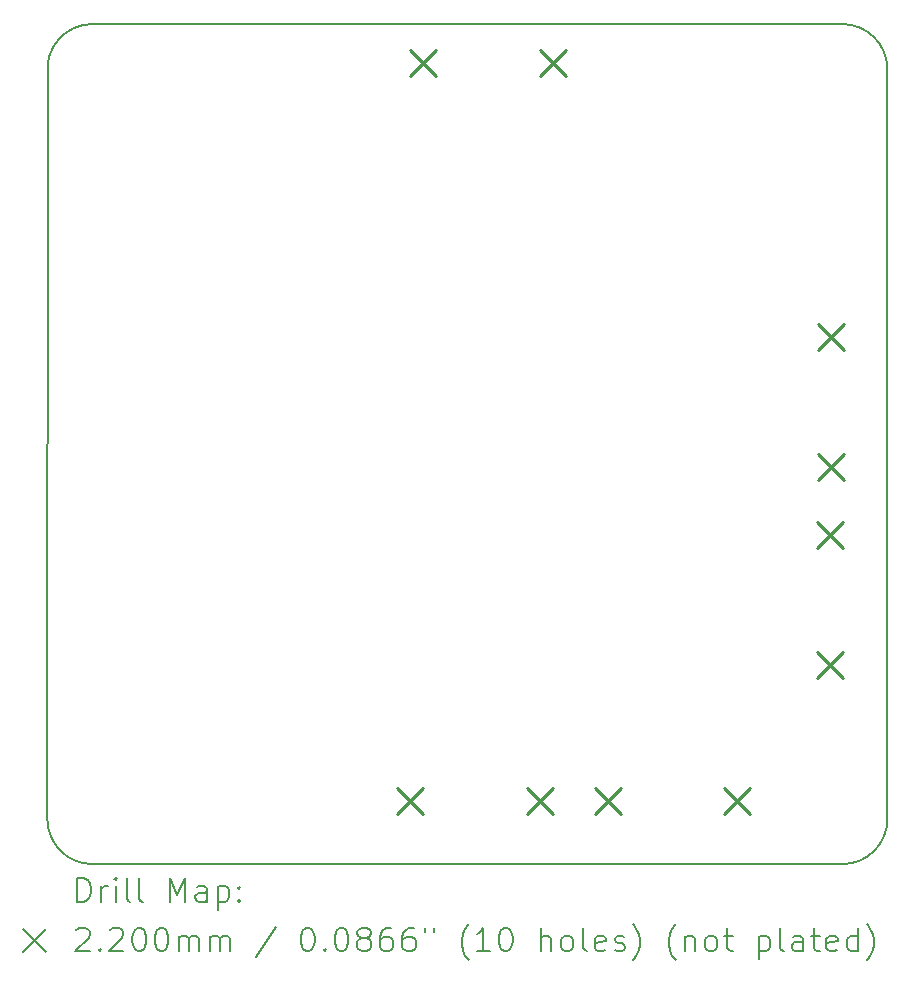
<source format=gbr>
%TF.GenerationSoftware,KiCad,Pcbnew,7.0.11*%
%TF.CreationDate,2024-06-05T21:05:05-04:00*%
%TF.ProjectId,remote_arming,72656d6f-7465-45f6-9172-6d696e672e6b,rev?*%
%TF.SameCoordinates,Original*%
%TF.FileFunction,Drillmap*%
%TF.FilePolarity,Positive*%
%FSLAX45Y45*%
G04 Gerber Fmt 4.5, Leading zero omitted, Abs format (unit mm)*
G04 Created by KiCad (PCBNEW 7.0.11) date 2024-06-05 21:05:05*
%MOMM*%
%LPD*%
G01*
G04 APERTURE LIST*
%ADD10C,0.150000*%
%ADD11C,0.200000*%
%ADD12C,0.220000*%
G04 APERTURE END LIST*
D10*
X17909942Y-6041657D02*
X17907000Y-12344400D01*
X18288000Y-12725400D02*
X24638000Y-12725400D01*
X24638000Y-12725400D02*
G75*
G03*
X25019000Y-12344400I0J381000D01*
G01*
X25019000Y-5994400D02*
G75*
G03*
X24638000Y-5613400I-381000J0D01*
G01*
X17907000Y-12344400D02*
G75*
G03*
X18288000Y-12725400I381000J0D01*
G01*
X25019000Y-12344400D02*
X25019000Y-5994400D01*
X24638000Y-5613400D02*
X18288000Y-5613400D01*
X18288000Y-5613400D02*
G75*
G03*
X17909942Y-6041657I0J-381000D01*
G01*
D11*
D12*
X20869700Y-12083600D02*
X21089700Y-12303600D01*
X21089700Y-12083600D02*
X20869700Y-12303600D01*
X20977600Y-5835200D02*
X21197600Y-6055200D01*
X21197600Y-5835200D02*
X20977600Y-6055200D01*
X21969700Y-12083600D02*
X22189700Y-12303600D01*
X22189700Y-12083600D02*
X21969700Y-12303600D01*
X22077600Y-5835200D02*
X22297600Y-6055200D01*
X22297600Y-5835200D02*
X22077600Y-6055200D01*
X22539700Y-12080400D02*
X22759700Y-12300400D01*
X22759700Y-12080400D02*
X22539700Y-12300400D01*
X23639700Y-12080400D02*
X23859700Y-12300400D01*
X23859700Y-12080400D02*
X23639700Y-12300400D01*
X24424800Y-9827000D02*
X24644800Y-10047000D01*
X24644800Y-9827000D02*
X24424800Y-10047000D01*
X24424800Y-10927000D02*
X24644800Y-11147000D01*
X24644800Y-10927000D02*
X24424800Y-11147000D01*
X24428000Y-8157000D02*
X24648000Y-8377000D01*
X24648000Y-8157000D02*
X24428000Y-8377000D01*
X24428000Y-9257000D02*
X24648000Y-9477000D01*
X24648000Y-9257000D02*
X24428000Y-9477000D01*
D11*
X18160277Y-13044384D02*
X18160277Y-12844384D01*
X18160277Y-12844384D02*
X18207896Y-12844384D01*
X18207896Y-12844384D02*
X18236467Y-12853908D01*
X18236467Y-12853908D02*
X18255515Y-12872955D01*
X18255515Y-12872955D02*
X18265039Y-12892003D01*
X18265039Y-12892003D02*
X18274563Y-12930098D01*
X18274563Y-12930098D02*
X18274563Y-12958669D01*
X18274563Y-12958669D02*
X18265039Y-12996765D01*
X18265039Y-12996765D02*
X18255515Y-13015812D01*
X18255515Y-13015812D02*
X18236467Y-13034860D01*
X18236467Y-13034860D02*
X18207896Y-13044384D01*
X18207896Y-13044384D02*
X18160277Y-13044384D01*
X18360277Y-13044384D02*
X18360277Y-12911050D01*
X18360277Y-12949146D02*
X18369801Y-12930098D01*
X18369801Y-12930098D02*
X18379324Y-12920574D01*
X18379324Y-12920574D02*
X18398372Y-12911050D01*
X18398372Y-12911050D02*
X18417420Y-12911050D01*
X18484086Y-13044384D02*
X18484086Y-12911050D01*
X18484086Y-12844384D02*
X18474563Y-12853908D01*
X18474563Y-12853908D02*
X18484086Y-12863431D01*
X18484086Y-12863431D02*
X18493610Y-12853908D01*
X18493610Y-12853908D02*
X18484086Y-12844384D01*
X18484086Y-12844384D02*
X18484086Y-12863431D01*
X18607896Y-13044384D02*
X18588848Y-13034860D01*
X18588848Y-13034860D02*
X18579324Y-13015812D01*
X18579324Y-13015812D02*
X18579324Y-12844384D01*
X18712658Y-13044384D02*
X18693610Y-13034860D01*
X18693610Y-13034860D02*
X18684086Y-13015812D01*
X18684086Y-13015812D02*
X18684086Y-12844384D01*
X18941229Y-13044384D02*
X18941229Y-12844384D01*
X18941229Y-12844384D02*
X19007896Y-12987241D01*
X19007896Y-12987241D02*
X19074563Y-12844384D01*
X19074563Y-12844384D02*
X19074563Y-13044384D01*
X19255515Y-13044384D02*
X19255515Y-12939622D01*
X19255515Y-12939622D02*
X19245991Y-12920574D01*
X19245991Y-12920574D02*
X19226944Y-12911050D01*
X19226944Y-12911050D02*
X19188848Y-12911050D01*
X19188848Y-12911050D02*
X19169801Y-12920574D01*
X19255515Y-13034860D02*
X19236467Y-13044384D01*
X19236467Y-13044384D02*
X19188848Y-13044384D01*
X19188848Y-13044384D02*
X19169801Y-13034860D01*
X19169801Y-13034860D02*
X19160277Y-13015812D01*
X19160277Y-13015812D02*
X19160277Y-12996765D01*
X19160277Y-12996765D02*
X19169801Y-12977717D01*
X19169801Y-12977717D02*
X19188848Y-12968193D01*
X19188848Y-12968193D02*
X19236467Y-12968193D01*
X19236467Y-12968193D02*
X19255515Y-12958669D01*
X19350753Y-12911050D02*
X19350753Y-13111050D01*
X19350753Y-12920574D02*
X19369801Y-12911050D01*
X19369801Y-12911050D02*
X19407896Y-12911050D01*
X19407896Y-12911050D02*
X19426944Y-12920574D01*
X19426944Y-12920574D02*
X19436467Y-12930098D01*
X19436467Y-12930098D02*
X19445991Y-12949146D01*
X19445991Y-12949146D02*
X19445991Y-13006288D01*
X19445991Y-13006288D02*
X19436467Y-13025336D01*
X19436467Y-13025336D02*
X19426944Y-13034860D01*
X19426944Y-13034860D02*
X19407896Y-13044384D01*
X19407896Y-13044384D02*
X19369801Y-13044384D01*
X19369801Y-13044384D02*
X19350753Y-13034860D01*
X19531705Y-13025336D02*
X19541229Y-13034860D01*
X19541229Y-13034860D02*
X19531705Y-13044384D01*
X19531705Y-13044384D02*
X19522182Y-13034860D01*
X19522182Y-13034860D02*
X19531705Y-13025336D01*
X19531705Y-13025336D02*
X19531705Y-13044384D01*
X19531705Y-12920574D02*
X19541229Y-12930098D01*
X19541229Y-12930098D02*
X19531705Y-12939622D01*
X19531705Y-12939622D02*
X19522182Y-12930098D01*
X19522182Y-12930098D02*
X19531705Y-12920574D01*
X19531705Y-12920574D02*
X19531705Y-12939622D01*
X17699500Y-13272900D02*
X17899500Y-13472900D01*
X17899500Y-13272900D02*
X17699500Y-13472900D01*
X18150753Y-13283431D02*
X18160277Y-13273908D01*
X18160277Y-13273908D02*
X18179324Y-13264384D01*
X18179324Y-13264384D02*
X18226944Y-13264384D01*
X18226944Y-13264384D02*
X18245991Y-13273908D01*
X18245991Y-13273908D02*
X18255515Y-13283431D01*
X18255515Y-13283431D02*
X18265039Y-13302479D01*
X18265039Y-13302479D02*
X18265039Y-13321527D01*
X18265039Y-13321527D02*
X18255515Y-13350098D01*
X18255515Y-13350098D02*
X18141229Y-13464384D01*
X18141229Y-13464384D02*
X18265039Y-13464384D01*
X18350753Y-13445336D02*
X18360277Y-13454860D01*
X18360277Y-13454860D02*
X18350753Y-13464384D01*
X18350753Y-13464384D02*
X18341229Y-13454860D01*
X18341229Y-13454860D02*
X18350753Y-13445336D01*
X18350753Y-13445336D02*
X18350753Y-13464384D01*
X18436467Y-13283431D02*
X18445991Y-13273908D01*
X18445991Y-13273908D02*
X18465039Y-13264384D01*
X18465039Y-13264384D02*
X18512658Y-13264384D01*
X18512658Y-13264384D02*
X18531705Y-13273908D01*
X18531705Y-13273908D02*
X18541229Y-13283431D01*
X18541229Y-13283431D02*
X18550753Y-13302479D01*
X18550753Y-13302479D02*
X18550753Y-13321527D01*
X18550753Y-13321527D02*
X18541229Y-13350098D01*
X18541229Y-13350098D02*
X18426944Y-13464384D01*
X18426944Y-13464384D02*
X18550753Y-13464384D01*
X18674563Y-13264384D02*
X18693610Y-13264384D01*
X18693610Y-13264384D02*
X18712658Y-13273908D01*
X18712658Y-13273908D02*
X18722182Y-13283431D01*
X18722182Y-13283431D02*
X18731705Y-13302479D01*
X18731705Y-13302479D02*
X18741229Y-13340574D01*
X18741229Y-13340574D02*
X18741229Y-13388193D01*
X18741229Y-13388193D02*
X18731705Y-13426288D01*
X18731705Y-13426288D02*
X18722182Y-13445336D01*
X18722182Y-13445336D02*
X18712658Y-13454860D01*
X18712658Y-13454860D02*
X18693610Y-13464384D01*
X18693610Y-13464384D02*
X18674563Y-13464384D01*
X18674563Y-13464384D02*
X18655515Y-13454860D01*
X18655515Y-13454860D02*
X18645991Y-13445336D01*
X18645991Y-13445336D02*
X18636467Y-13426288D01*
X18636467Y-13426288D02*
X18626944Y-13388193D01*
X18626944Y-13388193D02*
X18626944Y-13340574D01*
X18626944Y-13340574D02*
X18636467Y-13302479D01*
X18636467Y-13302479D02*
X18645991Y-13283431D01*
X18645991Y-13283431D02*
X18655515Y-13273908D01*
X18655515Y-13273908D02*
X18674563Y-13264384D01*
X18865039Y-13264384D02*
X18884086Y-13264384D01*
X18884086Y-13264384D02*
X18903134Y-13273908D01*
X18903134Y-13273908D02*
X18912658Y-13283431D01*
X18912658Y-13283431D02*
X18922182Y-13302479D01*
X18922182Y-13302479D02*
X18931705Y-13340574D01*
X18931705Y-13340574D02*
X18931705Y-13388193D01*
X18931705Y-13388193D02*
X18922182Y-13426288D01*
X18922182Y-13426288D02*
X18912658Y-13445336D01*
X18912658Y-13445336D02*
X18903134Y-13454860D01*
X18903134Y-13454860D02*
X18884086Y-13464384D01*
X18884086Y-13464384D02*
X18865039Y-13464384D01*
X18865039Y-13464384D02*
X18845991Y-13454860D01*
X18845991Y-13454860D02*
X18836467Y-13445336D01*
X18836467Y-13445336D02*
X18826944Y-13426288D01*
X18826944Y-13426288D02*
X18817420Y-13388193D01*
X18817420Y-13388193D02*
X18817420Y-13340574D01*
X18817420Y-13340574D02*
X18826944Y-13302479D01*
X18826944Y-13302479D02*
X18836467Y-13283431D01*
X18836467Y-13283431D02*
X18845991Y-13273908D01*
X18845991Y-13273908D02*
X18865039Y-13264384D01*
X19017420Y-13464384D02*
X19017420Y-13331050D01*
X19017420Y-13350098D02*
X19026944Y-13340574D01*
X19026944Y-13340574D02*
X19045991Y-13331050D01*
X19045991Y-13331050D02*
X19074563Y-13331050D01*
X19074563Y-13331050D02*
X19093610Y-13340574D01*
X19093610Y-13340574D02*
X19103134Y-13359622D01*
X19103134Y-13359622D02*
X19103134Y-13464384D01*
X19103134Y-13359622D02*
X19112658Y-13340574D01*
X19112658Y-13340574D02*
X19131705Y-13331050D01*
X19131705Y-13331050D02*
X19160277Y-13331050D01*
X19160277Y-13331050D02*
X19179325Y-13340574D01*
X19179325Y-13340574D02*
X19188848Y-13359622D01*
X19188848Y-13359622D02*
X19188848Y-13464384D01*
X19284086Y-13464384D02*
X19284086Y-13331050D01*
X19284086Y-13350098D02*
X19293610Y-13340574D01*
X19293610Y-13340574D02*
X19312658Y-13331050D01*
X19312658Y-13331050D02*
X19341229Y-13331050D01*
X19341229Y-13331050D02*
X19360277Y-13340574D01*
X19360277Y-13340574D02*
X19369801Y-13359622D01*
X19369801Y-13359622D02*
X19369801Y-13464384D01*
X19369801Y-13359622D02*
X19379325Y-13340574D01*
X19379325Y-13340574D02*
X19398372Y-13331050D01*
X19398372Y-13331050D02*
X19426944Y-13331050D01*
X19426944Y-13331050D02*
X19445991Y-13340574D01*
X19445991Y-13340574D02*
X19455515Y-13359622D01*
X19455515Y-13359622D02*
X19455515Y-13464384D01*
X19845991Y-13254860D02*
X19674563Y-13512003D01*
X20103134Y-13264384D02*
X20122182Y-13264384D01*
X20122182Y-13264384D02*
X20141229Y-13273908D01*
X20141229Y-13273908D02*
X20150753Y-13283431D01*
X20150753Y-13283431D02*
X20160277Y-13302479D01*
X20160277Y-13302479D02*
X20169801Y-13340574D01*
X20169801Y-13340574D02*
X20169801Y-13388193D01*
X20169801Y-13388193D02*
X20160277Y-13426288D01*
X20160277Y-13426288D02*
X20150753Y-13445336D01*
X20150753Y-13445336D02*
X20141229Y-13454860D01*
X20141229Y-13454860D02*
X20122182Y-13464384D01*
X20122182Y-13464384D02*
X20103134Y-13464384D01*
X20103134Y-13464384D02*
X20084087Y-13454860D01*
X20084087Y-13454860D02*
X20074563Y-13445336D01*
X20074563Y-13445336D02*
X20065039Y-13426288D01*
X20065039Y-13426288D02*
X20055515Y-13388193D01*
X20055515Y-13388193D02*
X20055515Y-13340574D01*
X20055515Y-13340574D02*
X20065039Y-13302479D01*
X20065039Y-13302479D02*
X20074563Y-13283431D01*
X20074563Y-13283431D02*
X20084087Y-13273908D01*
X20084087Y-13273908D02*
X20103134Y-13264384D01*
X20255515Y-13445336D02*
X20265039Y-13454860D01*
X20265039Y-13454860D02*
X20255515Y-13464384D01*
X20255515Y-13464384D02*
X20245991Y-13454860D01*
X20245991Y-13454860D02*
X20255515Y-13445336D01*
X20255515Y-13445336D02*
X20255515Y-13464384D01*
X20388848Y-13264384D02*
X20407896Y-13264384D01*
X20407896Y-13264384D02*
X20426944Y-13273908D01*
X20426944Y-13273908D02*
X20436468Y-13283431D01*
X20436468Y-13283431D02*
X20445991Y-13302479D01*
X20445991Y-13302479D02*
X20455515Y-13340574D01*
X20455515Y-13340574D02*
X20455515Y-13388193D01*
X20455515Y-13388193D02*
X20445991Y-13426288D01*
X20445991Y-13426288D02*
X20436468Y-13445336D01*
X20436468Y-13445336D02*
X20426944Y-13454860D01*
X20426944Y-13454860D02*
X20407896Y-13464384D01*
X20407896Y-13464384D02*
X20388848Y-13464384D01*
X20388848Y-13464384D02*
X20369801Y-13454860D01*
X20369801Y-13454860D02*
X20360277Y-13445336D01*
X20360277Y-13445336D02*
X20350753Y-13426288D01*
X20350753Y-13426288D02*
X20341229Y-13388193D01*
X20341229Y-13388193D02*
X20341229Y-13340574D01*
X20341229Y-13340574D02*
X20350753Y-13302479D01*
X20350753Y-13302479D02*
X20360277Y-13283431D01*
X20360277Y-13283431D02*
X20369801Y-13273908D01*
X20369801Y-13273908D02*
X20388848Y-13264384D01*
X20569801Y-13350098D02*
X20550753Y-13340574D01*
X20550753Y-13340574D02*
X20541229Y-13331050D01*
X20541229Y-13331050D02*
X20531706Y-13312003D01*
X20531706Y-13312003D02*
X20531706Y-13302479D01*
X20531706Y-13302479D02*
X20541229Y-13283431D01*
X20541229Y-13283431D02*
X20550753Y-13273908D01*
X20550753Y-13273908D02*
X20569801Y-13264384D01*
X20569801Y-13264384D02*
X20607896Y-13264384D01*
X20607896Y-13264384D02*
X20626944Y-13273908D01*
X20626944Y-13273908D02*
X20636468Y-13283431D01*
X20636468Y-13283431D02*
X20645991Y-13302479D01*
X20645991Y-13302479D02*
X20645991Y-13312003D01*
X20645991Y-13312003D02*
X20636468Y-13331050D01*
X20636468Y-13331050D02*
X20626944Y-13340574D01*
X20626944Y-13340574D02*
X20607896Y-13350098D01*
X20607896Y-13350098D02*
X20569801Y-13350098D01*
X20569801Y-13350098D02*
X20550753Y-13359622D01*
X20550753Y-13359622D02*
X20541229Y-13369146D01*
X20541229Y-13369146D02*
X20531706Y-13388193D01*
X20531706Y-13388193D02*
X20531706Y-13426288D01*
X20531706Y-13426288D02*
X20541229Y-13445336D01*
X20541229Y-13445336D02*
X20550753Y-13454860D01*
X20550753Y-13454860D02*
X20569801Y-13464384D01*
X20569801Y-13464384D02*
X20607896Y-13464384D01*
X20607896Y-13464384D02*
X20626944Y-13454860D01*
X20626944Y-13454860D02*
X20636468Y-13445336D01*
X20636468Y-13445336D02*
X20645991Y-13426288D01*
X20645991Y-13426288D02*
X20645991Y-13388193D01*
X20645991Y-13388193D02*
X20636468Y-13369146D01*
X20636468Y-13369146D02*
X20626944Y-13359622D01*
X20626944Y-13359622D02*
X20607896Y-13350098D01*
X20817420Y-13264384D02*
X20779325Y-13264384D01*
X20779325Y-13264384D02*
X20760277Y-13273908D01*
X20760277Y-13273908D02*
X20750753Y-13283431D01*
X20750753Y-13283431D02*
X20731706Y-13312003D01*
X20731706Y-13312003D02*
X20722182Y-13350098D01*
X20722182Y-13350098D02*
X20722182Y-13426288D01*
X20722182Y-13426288D02*
X20731706Y-13445336D01*
X20731706Y-13445336D02*
X20741229Y-13454860D01*
X20741229Y-13454860D02*
X20760277Y-13464384D01*
X20760277Y-13464384D02*
X20798372Y-13464384D01*
X20798372Y-13464384D02*
X20817420Y-13454860D01*
X20817420Y-13454860D02*
X20826944Y-13445336D01*
X20826944Y-13445336D02*
X20836468Y-13426288D01*
X20836468Y-13426288D02*
X20836468Y-13378669D01*
X20836468Y-13378669D02*
X20826944Y-13359622D01*
X20826944Y-13359622D02*
X20817420Y-13350098D01*
X20817420Y-13350098D02*
X20798372Y-13340574D01*
X20798372Y-13340574D02*
X20760277Y-13340574D01*
X20760277Y-13340574D02*
X20741229Y-13350098D01*
X20741229Y-13350098D02*
X20731706Y-13359622D01*
X20731706Y-13359622D02*
X20722182Y-13378669D01*
X21007896Y-13264384D02*
X20969801Y-13264384D01*
X20969801Y-13264384D02*
X20950753Y-13273908D01*
X20950753Y-13273908D02*
X20941229Y-13283431D01*
X20941229Y-13283431D02*
X20922182Y-13312003D01*
X20922182Y-13312003D02*
X20912658Y-13350098D01*
X20912658Y-13350098D02*
X20912658Y-13426288D01*
X20912658Y-13426288D02*
X20922182Y-13445336D01*
X20922182Y-13445336D02*
X20931706Y-13454860D01*
X20931706Y-13454860D02*
X20950753Y-13464384D01*
X20950753Y-13464384D02*
X20988849Y-13464384D01*
X20988849Y-13464384D02*
X21007896Y-13454860D01*
X21007896Y-13454860D02*
X21017420Y-13445336D01*
X21017420Y-13445336D02*
X21026944Y-13426288D01*
X21026944Y-13426288D02*
X21026944Y-13378669D01*
X21026944Y-13378669D02*
X21017420Y-13359622D01*
X21017420Y-13359622D02*
X21007896Y-13350098D01*
X21007896Y-13350098D02*
X20988849Y-13340574D01*
X20988849Y-13340574D02*
X20950753Y-13340574D01*
X20950753Y-13340574D02*
X20931706Y-13350098D01*
X20931706Y-13350098D02*
X20922182Y-13359622D01*
X20922182Y-13359622D02*
X20912658Y-13378669D01*
X21103134Y-13264384D02*
X21103134Y-13302479D01*
X21179325Y-13264384D02*
X21179325Y-13302479D01*
X21474563Y-13540574D02*
X21465039Y-13531050D01*
X21465039Y-13531050D02*
X21445991Y-13502479D01*
X21445991Y-13502479D02*
X21436468Y-13483431D01*
X21436468Y-13483431D02*
X21426944Y-13454860D01*
X21426944Y-13454860D02*
X21417420Y-13407241D01*
X21417420Y-13407241D02*
X21417420Y-13369146D01*
X21417420Y-13369146D02*
X21426944Y-13321527D01*
X21426944Y-13321527D02*
X21436468Y-13292955D01*
X21436468Y-13292955D02*
X21445991Y-13273908D01*
X21445991Y-13273908D02*
X21465039Y-13245336D01*
X21465039Y-13245336D02*
X21474563Y-13235812D01*
X21655515Y-13464384D02*
X21541230Y-13464384D01*
X21598372Y-13464384D02*
X21598372Y-13264384D01*
X21598372Y-13264384D02*
X21579325Y-13292955D01*
X21579325Y-13292955D02*
X21560277Y-13312003D01*
X21560277Y-13312003D02*
X21541230Y-13321527D01*
X21779325Y-13264384D02*
X21798372Y-13264384D01*
X21798372Y-13264384D02*
X21817420Y-13273908D01*
X21817420Y-13273908D02*
X21826944Y-13283431D01*
X21826944Y-13283431D02*
X21836468Y-13302479D01*
X21836468Y-13302479D02*
X21845991Y-13340574D01*
X21845991Y-13340574D02*
X21845991Y-13388193D01*
X21845991Y-13388193D02*
X21836468Y-13426288D01*
X21836468Y-13426288D02*
X21826944Y-13445336D01*
X21826944Y-13445336D02*
X21817420Y-13454860D01*
X21817420Y-13454860D02*
X21798372Y-13464384D01*
X21798372Y-13464384D02*
X21779325Y-13464384D01*
X21779325Y-13464384D02*
X21760277Y-13454860D01*
X21760277Y-13454860D02*
X21750753Y-13445336D01*
X21750753Y-13445336D02*
X21741230Y-13426288D01*
X21741230Y-13426288D02*
X21731706Y-13388193D01*
X21731706Y-13388193D02*
X21731706Y-13340574D01*
X21731706Y-13340574D02*
X21741230Y-13302479D01*
X21741230Y-13302479D02*
X21750753Y-13283431D01*
X21750753Y-13283431D02*
X21760277Y-13273908D01*
X21760277Y-13273908D02*
X21779325Y-13264384D01*
X22084087Y-13464384D02*
X22084087Y-13264384D01*
X22169801Y-13464384D02*
X22169801Y-13359622D01*
X22169801Y-13359622D02*
X22160277Y-13340574D01*
X22160277Y-13340574D02*
X22141230Y-13331050D01*
X22141230Y-13331050D02*
X22112658Y-13331050D01*
X22112658Y-13331050D02*
X22093611Y-13340574D01*
X22093611Y-13340574D02*
X22084087Y-13350098D01*
X22293611Y-13464384D02*
X22274563Y-13454860D01*
X22274563Y-13454860D02*
X22265039Y-13445336D01*
X22265039Y-13445336D02*
X22255515Y-13426288D01*
X22255515Y-13426288D02*
X22255515Y-13369146D01*
X22255515Y-13369146D02*
X22265039Y-13350098D01*
X22265039Y-13350098D02*
X22274563Y-13340574D01*
X22274563Y-13340574D02*
X22293611Y-13331050D01*
X22293611Y-13331050D02*
X22322182Y-13331050D01*
X22322182Y-13331050D02*
X22341230Y-13340574D01*
X22341230Y-13340574D02*
X22350753Y-13350098D01*
X22350753Y-13350098D02*
X22360277Y-13369146D01*
X22360277Y-13369146D02*
X22360277Y-13426288D01*
X22360277Y-13426288D02*
X22350753Y-13445336D01*
X22350753Y-13445336D02*
X22341230Y-13454860D01*
X22341230Y-13454860D02*
X22322182Y-13464384D01*
X22322182Y-13464384D02*
X22293611Y-13464384D01*
X22474563Y-13464384D02*
X22455515Y-13454860D01*
X22455515Y-13454860D02*
X22445991Y-13435812D01*
X22445991Y-13435812D02*
X22445991Y-13264384D01*
X22626944Y-13454860D02*
X22607896Y-13464384D01*
X22607896Y-13464384D02*
X22569801Y-13464384D01*
X22569801Y-13464384D02*
X22550753Y-13454860D01*
X22550753Y-13454860D02*
X22541230Y-13435812D01*
X22541230Y-13435812D02*
X22541230Y-13359622D01*
X22541230Y-13359622D02*
X22550753Y-13340574D01*
X22550753Y-13340574D02*
X22569801Y-13331050D01*
X22569801Y-13331050D02*
X22607896Y-13331050D01*
X22607896Y-13331050D02*
X22626944Y-13340574D01*
X22626944Y-13340574D02*
X22636468Y-13359622D01*
X22636468Y-13359622D02*
X22636468Y-13378669D01*
X22636468Y-13378669D02*
X22541230Y-13397717D01*
X22712658Y-13454860D02*
X22731706Y-13464384D01*
X22731706Y-13464384D02*
X22769801Y-13464384D01*
X22769801Y-13464384D02*
X22788849Y-13454860D01*
X22788849Y-13454860D02*
X22798372Y-13435812D01*
X22798372Y-13435812D02*
X22798372Y-13426288D01*
X22798372Y-13426288D02*
X22788849Y-13407241D01*
X22788849Y-13407241D02*
X22769801Y-13397717D01*
X22769801Y-13397717D02*
X22741230Y-13397717D01*
X22741230Y-13397717D02*
X22722182Y-13388193D01*
X22722182Y-13388193D02*
X22712658Y-13369146D01*
X22712658Y-13369146D02*
X22712658Y-13359622D01*
X22712658Y-13359622D02*
X22722182Y-13340574D01*
X22722182Y-13340574D02*
X22741230Y-13331050D01*
X22741230Y-13331050D02*
X22769801Y-13331050D01*
X22769801Y-13331050D02*
X22788849Y-13340574D01*
X22865039Y-13540574D02*
X22874563Y-13531050D01*
X22874563Y-13531050D02*
X22893611Y-13502479D01*
X22893611Y-13502479D02*
X22903134Y-13483431D01*
X22903134Y-13483431D02*
X22912658Y-13454860D01*
X22912658Y-13454860D02*
X22922182Y-13407241D01*
X22922182Y-13407241D02*
X22922182Y-13369146D01*
X22922182Y-13369146D02*
X22912658Y-13321527D01*
X22912658Y-13321527D02*
X22903134Y-13292955D01*
X22903134Y-13292955D02*
X22893611Y-13273908D01*
X22893611Y-13273908D02*
X22874563Y-13245336D01*
X22874563Y-13245336D02*
X22865039Y-13235812D01*
X23226944Y-13540574D02*
X23217420Y-13531050D01*
X23217420Y-13531050D02*
X23198372Y-13502479D01*
X23198372Y-13502479D02*
X23188849Y-13483431D01*
X23188849Y-13483431D02*
X23179325Y-13454860D01*
X23179325Y-13454860D02*
X23169801Y-13407241D01*
X23169801Y-13407241D02*
X23169801Y-13369146D01*
X23169801Y-13369146D02*
X23179325Y-13321527D01*
X23179325Y-13321527D02*
X23188849Y-13292955D01*
X23188849Y-13292955D02*
X23198372Y-13273908D01*
X23198372Y-13273908D02*
X23217420Y-13245336D01*
X23217420Y-13245336D02*
X23226944Y-13235812D01*
X23303134Y-13331050D02*
X23303134Y-13464384D01*
X23303134Y-13350098D02*
X23312658Y-13340574D01*
X23312658Y-13340574D02*
X23331706Y-13331050D01*
X23331706Y-13331050D02*
X23360277Y-13331050D01*
X23360277Y-13331050D02*
X23379325Y-13340574D01*
X23379325Y-13340574D02*
X23388849Y-13359622D01*
X23388849Y-13359622D02*
X23388849Y-13464384D01*
X23512658Y-13464384D02*
X23493611Y-13454860D01*
X23493611Y-13454860D02*
X23484087Y-13445336D01*
X23484087Y-13445336D02*
X23474563Y-13426288D01*
X23474563Y-13426288D02*
X23474563Y-13369146D01*
X23474563Y-13369146D02*
X23484087Y-13350098D01*
X23484087Y-13350098D02*
X23493611Y-13340574D01*
X23493611Y-13340574D02*
X23512658Y-13331050D01*
X23512658Y-13331050D02*
X23541230Y-13331050D01*
X23541230Y-13331050D02*
X23560277Y-13340574D01*
X23560277Y-13340574D02*
X23569801Y-13350098D01*
X23569801Y-13350098D02*
X23579325Y-13369146D01*
X23579325Y-13369146D02*
X23579325Y-13426288D01*
X23579325Y-13426288D02*
X23569801Y-13445336D01*
X23569801Y-13445336D02*
X23560277Y-13454860D01*
X23560277Y-13454860D02*
X23541230Y-13464384D01*
X23541230Y-13464384D02*
X23512658Y-13464384D01*
X23636468Y-13331050D02*
X23712658Y-13331050D01*
X23665039Y-13264384D02*
X23665039Y-13435812D01*
X23665039Y-13435812D02*
X23674563Y-13454860D01*
X23674563Y-13454860D02*
X23693611Y-13464384D01*
X23693611Y-13464384D02*
X23712658Y-13464384D01*
X23931706Y-13331050D02*
X23931706Y-13531050D01*
X23931706Y-13340574D02*
X23950753Y-13331050D01*
X23950753Y-13331050D02*
X23988849Y-13331050D01*
X23988849Y-13331050D02*
X24007896Y-13340574D01*
X24007896Y-13340574D02*
X24017420Y-13350098D01*
X24017420Y-13350098D02*
X24026944Y-13369146D01*
X24026944Y-13369146D02*
X24026944Y-13426288D01*
X24026944Y-13426288D02*
X24017420Y-13445336D01*
X24017420Y-13445336D02*
X24007896Y-13454860D01*
X24007896Y-13454860D02*
X23988849Y-13464384D01*
X23988849Y-13464384D02*
X23950753Y-13464384D01*
X23950753Y-13464384D02*
X23931706Y-13454860D01*
X24141230Y-13464384D02*
X24122182Y-13454860D01*
X24122182Y-13454860D02*
X24112658Y-13435812D01*
X24112658Y-13435812D02*
X24112658Y-13264384D01*
X24303134Y-13464384D02*
X24303134Y-13359622D01*
X24303134Y-13359622D02*
X24293611Y-13340574D01*
X24293611Y-13340574D02*
X24274563Y-13331050D01*
X24274563Y-13331050D02*
X24236468Y-13331050D01*
X24236468Y-13331050D02*
X24217420Y-13340574D01*
X24303134Y-13454860D02*
X24284087Y-13464384D01*
X24284087Y-13464384D02*
X24236468Y-13464384D01*
X24236468Y-13464384D02*
X24217420Y-13454860D01*
X24217420Y-13454860D02*
X24207896Y-13435812D01*
X24207896Y-13435812D02*
X24207896Y-13416765D01*
X24207896Y-13416765D02*
X24217420Y-13397717D01*
X24217420Y-13397717D02*
X24236468Y-13388193D01*
X24236468Y-13388193D02*
X24284087Y-13388193D01*
X24284087Y-13388193D02*
X24303134Y-13378669D01*
X24369801Y-13331050D02*
X24445992Y-13331050D01*
X24398373Y-13264384D02*
X24398373Y-13435812D01*
X24398373Y-13435812D02*
X24407896Y-13454860D01*
X24407896Y-13454860D02*
X24426944Y-13464384D01*
X24426944Y-13464384D02*
X24445992Y-13464384D01*
X24588849Y-13454860D02*
X24569801Y-13464384D01*
X24569801Y-13464384D02*
X24531706Y-13464384D01*
X24531706Y-13464384D02*
X24512658Y-13454860D01*
X24512658Y-13454860D02*
X24503134Y-13435812D01*
X24503134Y-13435812D02*
X24503134Y-13359622D01*
X24503134Y-13359622D02*
X24512658Y-13340574D01*
X24512658Y-13340574D02*
X24531706Y-13331050D01*
X24531706Y-13331050D02*
X24569801Y-13331050D01*
X24569801Y-13331050D02*
X24588849Y-13340574D01*
X24588849Y-13340574D02*
X24598373Y-13359622D01*
X24598373Y-13359622D02*
X24598373Y-13378669D01*
X24598373Y-13378669D02*
X24503134Y-13397717D01*
X24769801Y-13464384D02*
X24769801Y-13264384D01*
X24769801Y-13454860D02*
X24750754Y-13464384D01*
X24750754Y-13464384D02*
X24712658Y-13464384D01*
X24712658Y-13464384D02*
X24693611Y-13454860D01*
X24693611Y-13454860D02*
X24684087Y-13445336D01*
X24684087Y-13445336D02*
X24674563Y-13426288D01*
X24674563Y-13426288D02*
X24674563Y-13369146D01*
X24674563Y-13369146D02*
X24684087Y-13350098D01*
X24684087Y-13350098D02*
X24693611Y-13340574D01*
X24693611Y-13340574D02*
X24712658Y-13331050D01*
X24712658Y-13331050D02*
X24750754Y-13331050D01*
X24750754Y-13331050D02*
X24769801Y-13340574D01*
X24845992Y-13540574D02*
X24855515Y-13531050D01*
X24855515Y-13531050D02*
X24874563Y-13502479D01*
X24874563Y-13502479D02*
X24884087Y-13483431D01*
X24884087Y-13483431D02*
X24893611Y-13454860D01*
X24893611Y-13454860D02*
X24903134Y-13407241D01*
X24903134Y-13407241D02*
X24903134Y-13369146D01*
X24903134Y-13369146D02*
X24893611Y-13321527D01*
X24893611Y-13321527D02*
X24884087Y-13292955D01*
X24884087Y-13292955D02*
X24874563Y-13273908D01*
X24874563Y-13273908D02*
X24855515Y-13245336D01*
X24855515Y-13245336D02*
X24845992Y-13235812D01*
M02*

</source>
